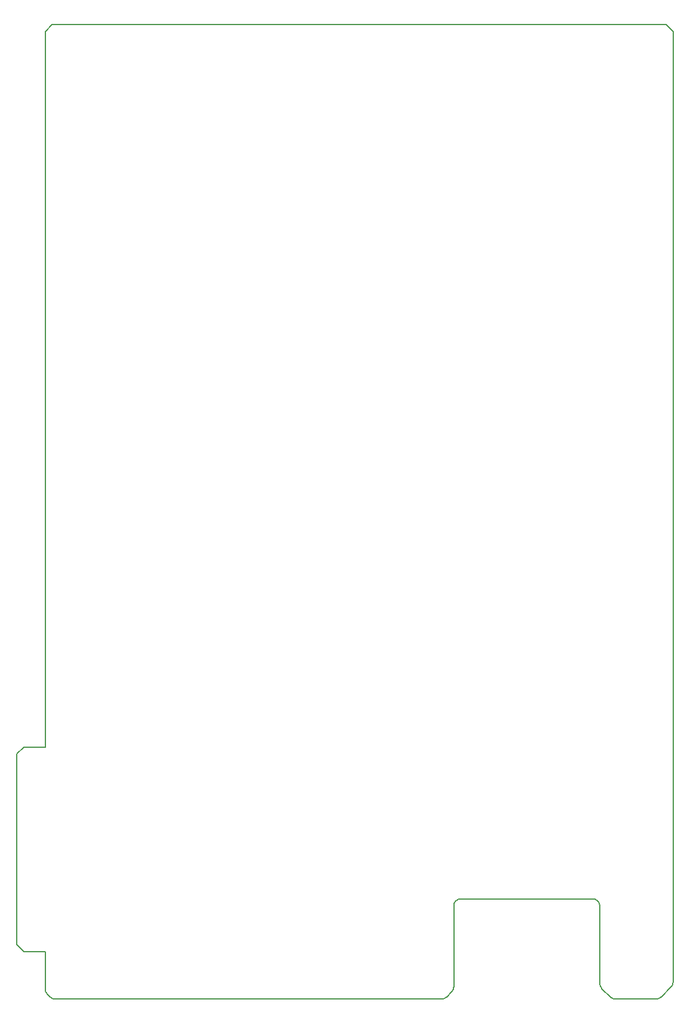
<source format=gbr>
%TF.GenerationSoftware,KiCad,Pcbnew,8.0.5*%
%TF.CreationDate,2024-11-12T15:17:28-04:00*%
%TF.ProjectId,RAMEXB_V2_Github,52414d45-5842-45f5-9632-5f4769746875,rev?*%
%TF.SameCoordinates,Original*%
%TF.FileFunction,Profile,NP*%
%FSLAX46Y46*%
G04 Gerber Fmt 4.6, Leading zero omitted, Abs format (unit mm)*
G04 Created by KiCad (PCBNEW 8.0.5) date 2024-11-12 15:17:28*
%MOMM*%
%LPD*%
G01*
G04 APERTURE LIST*
%TA.AperFunction,Profile*%
%ADD10C,0.150000*%
%TD*%
G04 APERTURE END LIST*
D10*
X158500000Y-14980000D02*
X157500000Y-15980000D01*
X214392893Y-152707107D02*
G75*
G02*
X213685786Y-152999990I-707093J707107D01*
G01*
X246207107Y-151292893D02*
X244792893Y-152707107D01*
X246500000Y-150585786D02*
X246500000Y-15980000D01*
X244792893Y-152707107D02*
G75*
G02*
X244085786Y-152999990I-707093J707107D01*
G01*
X157500000Y-146300000D02*
X157500000Y-151585786D01*
X213685786Y-153000000D02*
X158914214Y-153000000D01*
X246500000Y-15980000D02*
X245500000Y-14980000D01*
X238314214Y-153000000D02*
G75*
G02*
X237607100Y-152707114I-14J1000000D01*
G01*
X157500000Y-146300000D02*
X154500000Y-146300000D01*
X158914214Y-153000000D02*
G75*
G02*
X158207121Y-152707093I-14J999900D01*
G01*
X157500000Y-117290000D02*
X154500000Y-117290000D01*
X157792893Y-152292893D02*
X158207107Y-152707107D01*
X236392893Y-151492893D02*
G75*
G02*
X236100039Y-150785786I707207J707093D01*
G01*
X235100000Y-138800000D02*
G75*
G02*
X236100000Y-139800000I0J-1000000D01*
G01*
X215400000Y-139800000D02*
X215400000Y-151285786D01*
X154500000Y-117290000D02*
X153500000Y-118290000D01*
X154500000Y-146300000D02*
X153500000Y-145300000D01*
X153500000Y-145300000D02*
X153500000Y-118290000D01*
X246500000Y-150585786D02*
G75*
G02*
X246207114Y-151292900I-1000000J-14D01*
G01*
X215400000Y-139800000D02*
G75*
G02*
X216400000Y-138800000I1000000J0D01*
G01*
X215400000Y-151285786D02*
G75*
G02*
X215107114Y-151992900I-1000000J-14D01*
G01*
X158500000Y-14980000D02*
X245500000Y-14980000D01*
X157792893Y-152292893D02*
G75*
G02*
X157500010Y-151585786I707107J707093D01*
G01*
X235100000Y-138800000D02*
X216400000Y-138800000D01*
X215107107Y-151992893D02*
X214392893Y-152707107D01*
X244085786Y-153000000D02*
X238314214Y-153000000D01*
X157500000Y-117290000D02*
X157500000Y-95500000D01*
X237607107Y-152707107D02*
X236392893Y-151492893D01*
X157500000Y-95500000D02*
X157500000Y-15980000D01*
X236100000Y-150785786D02*
X236100000Y-139800000D01*
M02*

</source>
